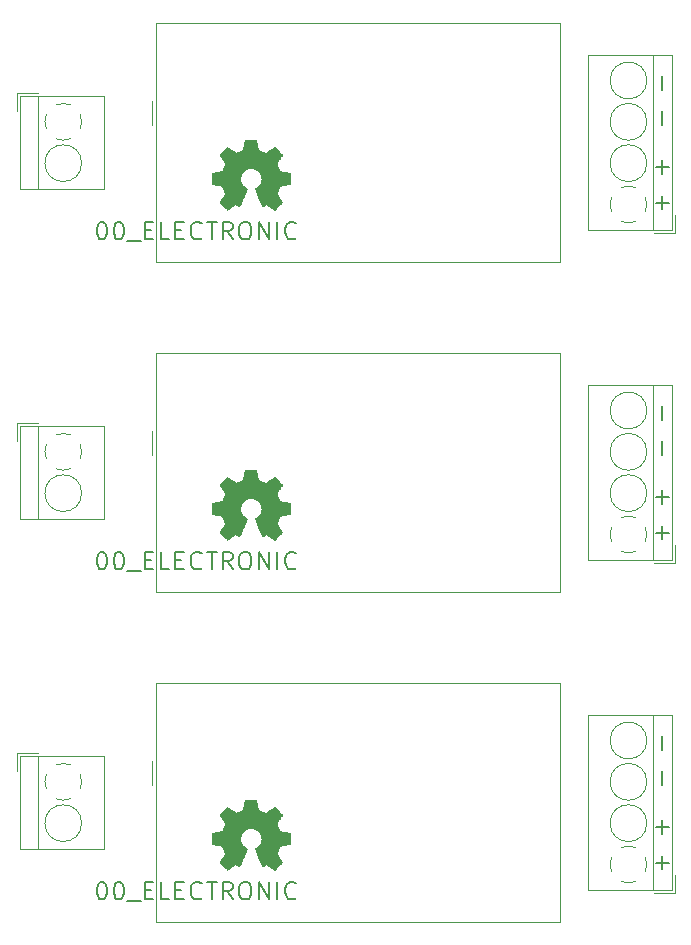
<source format=gbr>
G04 #@! TF.GenerationSoftware,KiCad,Pcbnew,5.1.5-52549c5~86~ubuntu18.04.1*
G04 #@! TF.CreationDate,2020-09-06T17:48:17-05:00*
G04 #@! TF.ProjectId,,58585858-5858-4585-9858-585858585858,rev?*
G04 #@! TF.SameCoordinates,Original*
G04 #@! TF.FileFunction,Legend,Top*
G04 #@! TF.FilePolarity,Positive*
%FSLAX46Y46*%
G04 Gerber Fmt 4.6, Leading zero omitted, Abs format (unit mm)*
G04 Created by KiCad (PCBNEW 5.1.5-52549c5~86~ubuntu18.04.1) date 2020-09-06 17:48:17*
%MOMM*%
%LPD*%
G04 APERTURE LIST*
%ADD10C,0.150000*%
%ADD11C,0.120000*%
%ADD12C,0.010000*%
G04 APERTURE END LIST*
D10*
X157510942Y-111891057D02*
X157510942Y-110748200D01*
X158082371Y-111319628D02*
X156939514Y-111319628D01*
X157510942Y-108891057D02*
X157510942Y-107748200D01*
X158082371Y-108319628D02*
X156939514Y-108319628D01*
X157510942Y-104748200D02*
X157510942Y-103605342D01*
X157510942Y-101748200D02*
X157510942Y-100605342D01*
X157510942Y-83951057D02*
X157510942Y-82808200D01*
X158082371Y-83379628D02*
X156939514Y-83379628D01*
X157510942Y-80951057D02*
X157510942Y-79808200D01*
X158082371Y-80379628D02*
X156939514Y-80379628D01*
X157510942Y-76808200D02*
X157510942Y-75665342D01*
X157510942Y-73808200D02*
X157510942Y-72665342D01*
X109987771Y-112945171D02*
X110130628Y-112945171D01*
X110273485Y-113016600D01*
X110344914Y-113088028D01*
X110416342Y-113230885D01*
X110487771Y-113516600D01*
X110487771Y-113873742D01*
X110416342Y-114159457D01*
X110344914Y-114302314D01*
X110273485Y-114373742D01*
X110130628Y-114445171D01*
X109987771Y-114445171D01*
X109844914Y-114373742D01*
X109773485Y-114302314D01*
X109702057Y-114159457D01*
X109630628Y-113873742D01*
X109630628Y-113516600D01*
X109702057Y-113230885D01*
X109773485Y-113088028D01*
X109844914Y-113016600D01*
X109987771Y-112945171D01*
X111416342Y-112945171D02*
X111559200Y-112945171D01*
X111702057Y-113016600D01*
X111773485Y-113088028D01*
X111844914Y-113230885D01*
X111916342Y-113516600D01*
X111916342Y-113873742D01*
X111844914Y-114159457D01*
X111773485Y-114302314D01*
X111702057Y-114373742D01*
X111559200Y-114445171D01*
X111416342Y-114445171D01*
X111273485Y-114373742D01*
X111202057Y-114302314D01*
X111130628Y-114159457D01*
X111059200Y-113873742D01*
X111059200Y-113516600D01*
X111130628Y-113230885D01*
X111202057Y-113088028D01*
X111273485Y-113016600D01*
X111416342Y-112945171D01*
X112202057Y-114588028D02*
X113344914Y-114588028D01*
X113702057Y-113659457D02*
X114202057Y-113659457D01*
X114416342Y-114445171D02*
X113702057Y-114445171D01*
X113702057Y-112945171D01*
X114416342Y-112945171D01*
X115773485Y-114445171D02*
X115059200Y-114445171D01*
X115059200Y-112945171D01*
X116273485Y-113659457D02*
X116773485Y-113659457D01*
X116987771Y-114445171D02*
X116273485Y-114445171D01*
X116273485Y-112945171D01*
X116987771Y-112945171D01*
X118487771Y-114302314D02*
X118416342Y-114373742D01*
X118202057Y-114445171D01*
X118059200Y-114445171D01*
X117844914Y-114373742D01*
X117702057Y-114230885D01*
X117630628Y-114088028D01*
X117559200Y-113802314D01*
X117559200Y-113588028D01*
X117630628Y-113302314D01*
X117702057Y-113159457D01*
X117844914Y-113016600D01*
X118059200Y-112945171D01*
X118202057Y-112945171D01*
X118416342Y-113016600D01*
X118487771Y-113088028D01*
X118916342Y-112945171D02*
X119773485Y-112945171D01*
X119344914Y-114445171D02*
X119344914Y-112945171D01*
X121130628Y-114445171D02*
X120630628Y-113730885D01*
X120273485Y-114445171D02*
X120273485Y-112945171D01*
X120844914Y-112945171D01*
X120987771Y-113016600D01*
X121059200Y-113088028D01*
X121130628Y-113230885D01*
X121130628Y-113445171D01*
X121059200Y-113588028D01*
X120987771Y-113659457D01*
X120844914Y-113730885D01*
X120273485Y-113730885D01*
X122059200Y-112945171D02*
X122344914Y-112945171D01*
X122487771Y-113016600D01*
X122630628Y-113159457D01*
X122702057Y-113445171D01*
X122702057Y-113945171D01*
X122630628Y-114230885D01*
X122487771Y-114373742D01*
X122344914Y-114445171D01*
X122059200Y-114445171D01*
X121916342Y-114373742D01*
X121773485Y-114230885D01*
X121702057Y-113945171D01*
X121702057Y-113445171D01*
X121773485Y-113159457D01*
X121916342Y-113016600D01*
X122059200Y-112945171D01*
X123344914Y-114445171D02*
X123344914Y-112945171D01*
X124202057Y-114445171D01*
X124202057Y-112945171D01*
X124916342Y-114445171D02*
X124916342Y-112945171D01*
X126487771Y-114302314D02*
X126416342Y-114373742D01*
X126202057Y-114445171D01*
X126059200Y-114445171D01*
X125844914Y-114373742D01*
X125702057Y-114230885D01*
X125630628Y-114088028D01*
X125559200Y-113802314D01*
X125559200Y-113588028D01*
X125630628Y-113302314D01*
X125702057Y-113159457D01*
X125844914Y-113016600D01*
X126059200Y-112945171D01*
X126202057Y-112945171D01*
X126416342Y-113016600D01*
X126487771Y-113088028D01*
X109987771Y-85005171D02*
X110130628Y-85005171D01*
X110273485Y-85076600D01*
X110344914Y-85148028D01*
X110416342Y-85290885D01*
X110487771Y-85576600D01*
X110487771Y-85933742D01*
X110416342Y-86219457D01*
X110344914Y-86362314D01*
X110273485Y-86433742D01*
X110130628Y-86505171D01*
X109987771Y-86505171D01*
X109844914Y-86433742D01*
X109773485Y-86362314D01*
X109702057Y-86219457D01*
X109630628Y-85933742D01*
X109630628Y-85576600D01*
X109702057Y-85290885D01*
X109773485Y-85148028D01*
X109844914Y-85076600D01*
X109987771Y-85005171D01*
X111416342Y-85005171D02*
X111559200Y-85005171D01*
X111702057Y-85076600D01*
X111773485Y-85148028D01*
X111844914Y-85290885D01*
X111916342Y-85576600D01*
X111916342Y-85933742D01*
X111844914Y-86219457D01*
X111773485Y-86362314D01*
X111702057Y-86433742D01*
X111559200Y-86505171D01*
X111416342Y-86505171D01*
X111273485Y-86433742D01*
X111202057Y-86362314D01*
X111130628Y-86219457D01*
X111059200Y-85933742D01*
X111059200Y-85576600D01*
X111130628Y-85290885D01*
X111202057Y-85148028D01*
X111273485Y-85076600D01*
X111416342Y-85005171D01*
X112202057Y-86648028D02*
X113344914Y-86648028D01*
X113702057Y-85719457D02*
X114202057Y-85719457D01*
X114416342Y-86505171D02*
X113702057Y-86505171D01*
X113702057Y-85005171D01*
X114416342Y-85005171D01*
X115773485Y-86505171D02*
X115059200Y-86505171D01*
X115059200Y-85005171D01*
X116273485Y-85719457D02*
X116773485Y-85719457D01*
X116987771Y-86505171D02*
X116273485Y-86505171D01*
X116273485Y-85005171D01*
X116987771Y-85005171D01*
X118487771Y-86362314D02*
X118416342Y-86433742D01*
X118202057Y-86505171D01*
X118059200Y-86505171D01*
X117844914Y-86433742D01*
X117702057Y-86290885D01*
X117630628Y-86148028D01*
X117559200Y-85862314D01*
X117559200Y-85648028D01*
X117630628Y-85362314D01*
X117702057Y-85219457D01*
X117844914Y-85076600D01*
X118059200Y-85005171D01*
X118202057Y-85005171D01*
X118416342Y-85076600D01*
X118487771Y-85148028D01*
X118916342Y-85005171D02*
X119773485Y-85005171D01*
X119344914Y-86505171D02*
X119344914Y-85005171D01*
X121130628Y-86505171D02*
X120630628Y-85790885D01*
X120273485Y-86505171D02*
X120273485Y-85005171D01*
X120844914Y-85005171D01*
X120987771Y-85076600D01*
X121059200Y-85148028D01*
X121130628Y-85290885D01*
X121130628Y-85505171D01*
X121059200Y-85648028D01*
X120987771Y-85719457D01*
X120844914Y-85790885D01*
X120273485Y-85790885D01*
X122059200Y-85005171D02*
X122344914Y-85005171D01*
X122487771Y-85076600D01*
X122630628Y-85219457D01*
X122702057Y-85505171D01*
X122702057Y-86005171D01*
X122630628Y-86290885D01*
X122487771Y-86433742D01*
X122344914Y-86505171D01*
X122059200Y-86505171D01*
X121916342Y-86433742D01*
X121773485Y-86290885D01*
X121702057Y-86005171D01*
X121702057Y-85505171D01*
X121773485Y-85219457D01*
X121916342Y-85076600D01*
X122059200Y-85005171D01*
X123344914Y-86505171D02*
X123344914Y-85005171D01*
X124202057Y-86505171D01*
X124202057Y-85005171D01*
X124916342Y-86505171D02*
X124916342Y-85005171D01*
X126487771Y-86362314D02*
X126416342Y-86433742D01*
X126202057Y-86505171D01*
X126059200Y-86505171D01*
X125844914Y-86433742D01*
X125702057Y-86290885D01*
X125630628Y-86148028D01*
X125559200Y-85862314D01*
X125559200Y-85648028D01*
X125630628Y-85362314D01*
X125702057Y-85219457D01*
X125844914Y-85076600D01*
X126059200Y-85005171D01*
X126202057Y-85005171D01*
X126416342Y-85076600D01*
X126487771Y-85148028D01*
X157510942Y-56011057D02*
X157510942Y-54868200D01*
X158082371Y-55439628D02*
X156939514Y-55439628D01*
X157510942Y-53011057D02*
X157510942Y-51868200D01*
X158082371Y-52439628D02*
X156939514Y-52439628D01*
X157510942Y-48868200D02*
X157510942Y-47725342D01*
X157510942Y-45868200D02*
X157510942Y-44725342D01*
X109987771Y-57065171D02*
X110130628Y-57065171D01*
X110273485Y-57136600D01*
X110344914Y-57208028D01*
X110416342Y-57350885D01*
X110487771Y-57636600D01*
X110487771Y-57993742D01*
X110416342Y-58279457D01*
X110344914Y-58422314D01*
X110273485Y-58493742D01*
X110130628Y-58565171D01*
X109987771Y-58565171D01*
X109844914Y-58493742D01*
X109773485Y-58422314D01*
X109702057Y-58279457D01*
X109630628Y-57993742D01*
X109630628Y-57636600D01*
X109702057Y-57350885D01*
X109773485Y-57208028D01*
X109844914Y-57136600D01*
X109987771Y-57065171D01*
X111416342Y-57065171D02*
X111559200Y-57065171D01*
X111702057Y-57136600D01*
X111773485Y-57208028D01*
X111844914Y-57350885D01*
X111916342Y-57636600D01*
X111916342Y-57993742D01*
X111844914Y-58279457D01*
X111773485Y-58422314D01*
X111702057Y-58493742D01*
X111559200Y-58565171D01*
X111416342Y-58565171D01*
X111273485Y-58493742D01*
X111202057Y-58422314D01*
X111130628Y-58279457D01*
X111059200Y-57993742D01*
X111059200Y-57636600D01*
X111130628Y-57350885D01*
X111202057Y-57208028D01*
X111273485Y-57136600D01*
X111416342Y-57065171D01*
X112202057Y-58708028D02*
X113344914Y-58708028D01*
X113702057Y-57779457D02*
X114202057Y-57779457D01*
X114416342Y-58565171D02*
X113702057Y-58565171D01*
X113702057Y-57065171D01*
X114416342Y-57065171D01*
X115773485Y-58565171D02*
X115059200Y-58565171D01*
X115059200Y-57065171D01*
X116273485Y-57779457D02*
X116773485Y-57779457D01*
X116987771Y-58565171D02*
X116273485Y-58565171D01*
X116273485Y-57065171D01*
X116987771Y-57065171D01*
X118487771Y-58422314D02*
X118416342Y-58493742D01*
X118202057Y-58565171D01*
X118059200Y-58565171D01*
X117844914Y-58493742D01*
X117702057Y-58350885D01*
X117630628Y-58208028D01*
X117559200Y-57922314D01*
X117559200Y-57708028D01*
X117630628Y-57422314D01*
X117702057Y-57279457D01*
X117844914Y-57136600D01*
X118059200Y-57065171D01*
X118202057Y-57065171D01*
X118416342Y-57136600D01*
X118487771Y-57208028D01*
X118916342Y-57065171D02*
X119773485Y-57065171D01*
X119344914Y-58565171D02*
X119344914Y-57065171D01*
X121130628Y-58565171D02*
X120630628Y-57850885D01*
X120273485Y-58565171D02*
X120273485Y-57065171D01*
X120844914Y-57065171D01*
X120987771Y-57136600D01*
X121059200Y-57208028D01*
X121130628Y-57350885D01*
X121130628Y-57565171D01*
X121059200Y-57708028D01*
X120987771Y-57779457D01*
X120844914Y-57850885D01*
X120273485Y-57850885D01*
X122059200Y-57065171D02*
X122344914Y-57065171D01*
X122487771Y-57136600D01*
X122630628Y-57279457D01*
X122702057Y-57565171D01*
X122702057Y-58065171D01*
X122630628Y-58350885D01*
X122487771Y-58493742D01*
X122344914Y-58565171D01*
X122059200Y-58565171D01*
X121916342Y-58493742D01*
X121773485Y-58350885D01*
X121702057Y-58065171D01*
X121702057Y-57565171D01*
X121773485Y-57279457D01*
X121916342Y-57136600D01*
X122059200Y-57065171D01*
X123344914Y-58565171D02*
X123344914Y-57065171D01*
X124202057Y-58565171D01*
X124202057Y-57065171D01*
X124916342Y-58565171D02*
X124916342Y-57065171D01*
X126487771Y-58422314D02*
X126416342Y-58493742D01*
X126202057Y-58565171D01*
X126059200Y-58565171D01*
X125844914Y-58493742D01*
X125702057Y-58350885D01*
X125630628Y-58208028D01*
X125559200Y-57922314D01*
X125559200Y-57708028D01*
X125630628Y-57422314D01*
X125702057Y-57279457D01*
X125844914Y-57136600D01*
X126059200Y-57065171D01*
X126202057Y-57065171D01*
X126416342Y-57136600D01*
X126487771Y-57208028D01*
D11*
X114660000Y-96133000D02*
X114660000Y-116333000D01*
X114660000Y-116333000D02*
X148860000Y-116333000D01*
X148860000Y-116333000D02*
X148860000Y-96133000D01*
X148860000Y-96133000D02*
X114660000Y-96133000D01*
X114270000Y-102733000D02*
X114270000Y-104743000D01*
X114660000Y-68193000D02*
X114660000Y-88393000D01*
X114660000Y-88393000D02*
X148860000Y-88393000D01*
X148860000Y-88393000D02*
X148860000Y-68193000D01*
X148860000Y-68193000D02*
X114660000Y-68193000D01*
X114270000Y-74793000D02*
X114270000Y-76803000D01*
D12*
G36*
X123212414Y-106434931D02*
G01*
X123296235Y-106879555D01*
X123605520Y-107007053D01*
X123914806Y-107134551D01*
X124285846Y-106882246D01*
X124389757Y-106811996D01*
X124483687Y-106749272D01*
X124563252Y-106696938D01*
X124624070Y-106657857D01*
X124661757Y-106634893D01*
X124672021Y-106629942D01*
X124690510Y-106642676D01*
X124730020Y-106677882D01*
X124786122Y-106731062D01*
X124854387Y-106797718D01*
X124930386Y-106873354D01*
X125009692Y-106953472D01*
X125087875Y-107033574D01*
X125160507Y-107109164D01*
X125223159Y-107175745D01*
X125271403Y-107228818D01*
X125300810Y-107263887D01*
X125307841Y-107275623D01*
X125297723Y-107297260D01*
X125269359Y-107344662D01*
X125225729Y-107413193D01*
X125169818Y-107498215D01*
X125104606Y-107595093D01*
X125066819Y-107650350D01*
X124997943Y-107751248D01*
X124936740Y-107842299D01*
X124886178Y-107918970D01*
X124849228Y-107976728D01*
X124828858Y-108011043D01*
X124825797Y-108018254D01*
X124832736Y-108038748D01*
X124851651Y-108086513D01*
X124879687Y-108154832D01*
X124913991Y-108236989D01*
X124951709Y-108326270D01*
X124989987Y-108415958D01*
X125025970Y-108499338D01*
X125056806Y-108569694D01*
X125079639Y-108620310D01*
X125091617Y-108644471D01*
X125092324Y-108645422D01*
X125111131Y-108650036D01*
X125161218Y-108660328D01*
X125237393Y-108675287D01*
X125334465Y-108693901D01*
X125447243Y-108715159D01*
X125513042Y-108727418D01*
X125633550Y-108750362D01*
X125742397Y-108772195D01*
X125834076Y-108791722D01*
X125903081Y-108807748D01*
X125943904Y-108819079D01*
X125952111Y-108822674D01*
X125960148Y-108847006D01*
X125966633Y-108901959D01*
X125971570Y-108981108D01*
X125974964Y-109078026D01*
X125976818Y-109186287D01*
X125977138Y-109299465D01*
X125975927Y-109411135D01*
X125973190Y-109514868D01*
X125968931Y-109604241D01*
X125963155Y-109672826D01*
X125955867Y-109714197D01*
X125951495Y-109722810D01*
X125925364Y-109733133D01*
X125869993Y-109747892D01*
X125792707Y-109765352D01*
X125700830Y-109783780D01*
X125668758Y-109789741D01*
X125514124Y-109818066D01*
X125391975Y-109840876D01*
X125298273Y-109859080D01*
X125228984Y-109873583D01*
X125180071Y-109885292D01*
X125147497Y-109895115D01*
X125127228Y-109903956D01*
X125115226Y-109912724D01*
X125113547Y-109914457D01*
X125096784Y-109942371D01*
X125071214Y-109996695D01*
X125039388Y-110070777D01*
X125003860Y-110157965D01*
X124967183Y-110251608D01*
X124931911Y-110345052D01*
X124900596Y-110431647D01*
X124875793Y-110504740D01*
X124860054Y-110557678D01*
X124855932Y-110583811D01*
X124856276Y-110584726D01*
X124870241Y-110606086D01*
X124901922Y-110653084D01*
X124947991Y-110720827D01*
X125005118Y-110804423D01*
X125069973Y-110898982D01*
X125088443Y-110925854D01*
X125154299Y-111023275D01*
X125212250Y-111112163D01*
X125259138Y-111187412D01*
X125291807Y-111243920D01*
X125307100Y-111276581D01*
X125307841Y-111280593D01*
X125294992Y-111301684D01*
X125259488Y-111343464D01*
X125205893Y-111401445D01*
X125138771Y-111471135D01*
X125062687Y-111548045D01*
X124982204Y-111627683D01*
X124901887Y-111705561D01*
X124826299Y-111777186D01*
X124760005Y-111838070D01*
X124707569Y-111883721D01*
X124673555Y-111909650D01*
X124664145Y-111913883D01*
X124642243Y-111903912D01*
X124597400Y-111877020D01*
X124536921Y-111837736D01*
X124490389Y-111806117D01*
X124406075Y-111748098D01*
X124306226Y-111679784D01*
X124206073Y-111611579D01*
X124152227Y-111575075D01*
X123969971Y-111451800D01*
X123816981Y-111534520D01*
X123747282Y-111570759D01*
X123688014Y-111598926D01*
X123647911Y-111614991D01*
X123637703Y-111617226D01*
X123625429Y-111600722D01*
X123601213Y-111554082D01*
X123566863Y-111481609D01*
X123524188Y-111387606D01*
X123474994Y-111276374D01*
X123421090Y-111152215D01*
X123364284Y-111019432D01*
X123306382Y-110882327D01*
X123249193Y-110745202D01*
X123194524Y-110612358D01*
X123144184Y-110488098D01*
X123099980Y-110376725D01*
X123063719Y-110282539D01*
X123037209Y-110209844D01*
X123022258Y-110162941D01*
X123019854Y-110146833D01*
X123038911Y-110126286D01*
X123080636Y-110092933D01*
X123136306Y-110053702D01*
X123140978Y-110050599D01*
X123284864Y-109935423D01*
X123400883Y-109801053D01*
X123488030Y-109651784D01*
X123545299Y-109491913D01*
X123571686Y-109325737D01*
X123566185Y-109157552D01*
X123527790Y-108991655D01*
X123455495Y-108832342D01*
X123434226Y-108797487D01*
X123323596Y-108656737D01*
X123192902Y-108543714D01*
X123046664Y-108459003D01*
X122889408Y-108403194D01*
X122725657Y-108376874D01*
X122559933Y-108380630D01*
X122396762Y-108415050D01*
X122240665Y-108480723D01*
X122096167Y-108578235D01*
X122051469Y-108617813D01*
X121937712Y-108741703D01*
X121854818Y-108872124D01*
X121797956Y-109018315D01*
X121766287Y-109163088D01*
X121758469Y-109325860D01*
X121784538Y-109489440D01*
X121841845Y-109648298D01*
X121927744Y-109796906D01*
X122039586Y-109929735D01*
X122174723Y-110041256D01*
X122192483Y-110053011D01*
X122248750Y-110091508D01*
X122291523Y-110124863D01*
X122311972Y-110146160D01*
X122312269Y-110146833D01*
X122307879Y-110169871D01*
X122290476Y-110222157D01*
X122261868Y-110299390D01*
X122223865Y-110397268D01*
X122178274Y-110511491D01*
X122126903Y-110637758D01*
X122071562Y-110771767D01*
X122014058Y-110909218D01*
X121956201Y-111045808D01*
X121899798Y-111177237D01*
X121846658Y-111299205D01*
X121798590Y-111407409D01*
X121757401Y-111497549D01*
X121724901Y-111565323D01*
X121702897Y-111606430D01*
X121694036Y-111617226D01*
X121666960Y-111608819D01*
X121616297Y-111586272D01*
X121550783Y-111553613D01*
X121514759Y-111534520D01*
X121361768Y-111451800D01*
X121179512Y-111575075D01*
X121086475Y-111638228D01*
X120984615Y-111707727D01*
X120889162Y-111773165D01*
X120841350Y-111806117D01*
X120774105Y-111851273D01*
X120717164Y-111887057D01*
X120677954Y-111908938D01*
X120665219Y-111913563D01*
X120646683Y-111901085D01*
X120605659Y-111866252D01*
X120546125Y-111812678D01*
X120472058Y-111743983D01*
X120387435Y-111663781D01*
X120333915Y-111612286D01*
X120240281Y-111520286D01*
X120159359Y-111437999D01*
X120094423Y-111368945D01*
X120048742Y-111316644D01*
X120025589Y-111284616D01*
X120023368Y-111278116D01*
X120033676Y-111253394D01*
X120062161Y-111203405D01*
X120105663Y-111133212D01*
X120161023Y-111047875D01*
X120225080Y-110952456D01*
X120243297Y-110925854D01*
X120309673Y-110829167D01*
X120369222Y-110742117D01*
X120418616Y-110669595D01*
X120454525Y-110616493D01*
X120473619Y-110587703D01*
X120475464Y-110584726D01*
X120472705Y-110561782D01*
X120458062Y-110511336D01*
X120434087Y-110440041D01*
X120403334Y-110354547D01*
X120368356Y-110261507D01*
X120331707Y-110167574D01*
X120295939Y-110079399D01*
X120263606Y-110003634D01*
X120237262Y-109946931D01*
X120219458Y-109915943D01*
X120218193Y-109914457D01*
X120207306Y-109905601D01*
X120188918Y-109896843D01*
X120158994Y-109887277D01*
X120113497Y-109875996D01*
X120048391Y-109862093D01*
X119959639Y-109844663D01*
X119843207Y-109822798D01*
X119695058Y-109795591D01*
X119662982Y-109789741D01*
X119567914Y-109771374D01*
X119485035Y-109753405D01*
X119421670Y-109737569D01*
X119385142Y-109725600D01*
X119380244Y-109722810D01*
X119372173Y-109698072D01*
X119365613Y-109642790D01*
X119360567Y-109563389D01*
X119357041Y-109466296D01*
X119355039Y-109357938D01*
X119354564Y-109244740D01*
X119355623Y-109133128D01*
X119358218Y-109029529D01*
X119362354Y-108940368D01*
X119368037Y-108872072D01*
X119375269Y-108831066D01*
X119379629Y-108822674D01*
X119403902Y-108814208D01*
X119459174Y-108800435D01*
X119539938Y-108782550D01*
X119640688Y-108761748D01*
X119755917Y-108739223D01*
X119818698Y-108727418D01*
X119937813Y-108705151D01*
X120044035Y-108684979D01*
X120132173Y-108667915D01*
X120197034Y-108654969D01*
X120233426Y-108647155D01*
X120239416Y-108645422D01*
X120249539Y-108625890D01*
X120270938Y-108578843D01*
X120300761Y-108511003D01*
X120336155Y-108429091D01*
X120374268Y-108339828D01*
X120412247Y-108249935D01*
X120447240Y-108166135D01*
X120476394Y-108095147D01*
X120496857Y-108043694D01*
X120505777Y-108018497D01*
X120505943Y-108017396D01*
X120495831Y-107997519D01*
X120467483Y-107951777D01*
X120423877Y-107884717D01*
X120367994Y-107800884D01*
X120302813Y-107704826D01*
X120264921Y-107649650D01*
X120195875Y-107548481D01*
X120134550Y-107456630D01*
X120083937Y-107378744D01*
X120047029Y-107319469D01*
X120026818Y-107283451D01*
X120023899Y-107275377D01*
X120036447Y-107256584D01*
X120071137Y-107216457D01*
X120123537Y-107159493D01*
X120189216Y-107090185D01*
X120263744Y-107013031D01*
X120342687Y-106932525D01*
X120421617Y-106853163D01*
X120496100Y-106779440D01*
X120561706Y-106715852D01*
X120614004Y-106666894D01*
X120648561Y-106637061D01*
X120660122Y-106629942D01*
X120678946Y-106639953D01*
X120723969Y-106668078D01*
X120790813Y-106711454D01*
X120875101Y-106767218D01*
X120972456Y-106832506D01*
X121045893Y-106882246D01*
X121416933Y-107134551D01*
X122035505Y-106879555D01*
X122119325Y-106434931D01*
X122203146Y-105990307D01*
X123128594Y-105990307D01*
X123212414Y-106434931D01*
G37*
X123212414Y-106434931D02*
X123296235Y-106879555D01*
X123605520Y-107007053D01*
X123914806Y-107134551D01*
X124285846Y-106882246D01*
X124389757Y-106811996D01*
X124483687Y-106749272D01*
X124563252Y-106696938D01*
X124624070Y-106657857D01*
X124661757Y-106634893D01*
X124672021Y-106629942D01*
X124690510Y-106642676D01*
X124730020Y-106677882D01*
X124786122Y-106731062D01*
X124854387Y-106797718D01*
X124930386Y-106873354D01*
X125009692Y-106953472D01*
X125087875Y-107033574D01*
X125160507Y-107109164D01*
X125223159Y-107175745D01*
X125271403Y-107228818D01*
X125300810Y-107263887D01*
X125307841Y-107275623D01*
X125297723Y-107297260D01*
X125269359Y-107344662D01*
X125225729Y-107413193D01*
X125169818Y-107498215D01*
X125104606Y-107595093D01*
X125066819Y-107650350D01*
X124997943Y-107751248D01*
X124936740Y-107842299D01*
X124886178Y-107918970D01*
X124849228Y-107976728D01*
X124828858Y-108011043D01*
X124825797Y-108018254D01*
X124832736Y-108038748D01*
X124851651Y-108086513D01*
X124879687Y-108154832D01*
X124913991Y-108236989D01*
X124951709Y-108326270D01*
X124989987Y-108415958D01*
X125025970Y-108499338D01*
X125056806Y-108569694D01*
X125079639Y-108620310D01*
X125091617Y-108644471D01*
X125092324Y-108645422D01*
X125111131Y-108650036D01*
X125161218Y-108660328D01*
X125237393Y-108675287D01*
X125334465Y-108693901D01*
X125447243Y-108715159D01*
X125513042Y-108727418D01*
X125633550Y-108750362D01*
X125742397Y-108772195D01*
X125834076Y-108791722D01*
X125903081Y-108807748D01*
X125943904Y-108819079D01*
X125952111Y-108822674D01*
X125960148Y-108847006D01*
X125966633Y-108901959D01*
X125971570Y-108981108D01*
X125974964Y-109078026D01*
X125976818Y-109186287D01*
X125977138Y-109299465D01*
X125975927Y-109411135D01*
X125973190Y-109514868D01*
X125968931Y-109604241D01*
X125963155Y-109672826D01*
X125955867Y-109714197D01*
X125951495Y-109722810D01*
X125925364Y-109733133D01*
X125869993Y-109747892D01*
X125792707Y-109765352D01*
X125700830Y-109783780D01*
X125668758Y-109789741D01*
X125514124Y-109818066D01*
X125391975Y-109840876D01*
X125298273Y-109859080D01*
X125228984Y-109873583D01*
X125180071Y-109885292D01*
X125147497Y-109895115D01*
X125127228Y-109903956D01*
X125115226Y-109912724D01*
X125113547Y-109914457D01*
X125096784Y-109942371D01*
X125071214Y-109996695D01*
X125039388Y-110070777D01*
X125003860Y-110157965D01*
X124967183Y-110251608D01*
X124931911Y-110345052D01*
X124900596Y-110431647D01*
X124875793Y-110504740D01*
X124860054Y-110557678D01*
X124855932Y-110583811D01*
X124856276Y-110584726D01*
X124870241Y-110606086D01*
X124901922Y-110653084D01*
X124947991Y-110720827D01*
X125005118Y-110804423D01*
X125069973Y-110898982D01*
X125088443Y-110925854D01*
X125154299Y-111023275D01*
X125212250Y-111112163D01*
X125259138Y-111187412D01*
X125291807Y-111243920D01*
X125307100Y-111276581D01*
X125307841Y-111280593D01*
X125294992Y-111301684D01*
X125259488Y-111343464D01*
X125205893Y-111401445D01*
X125138771Y-111471135D01*
X125062687Y-111548045D01*
X124982204Y-111627683D01*
X124901887Y-111705561D01*
X124826299Y-111777186D01*
X124760005Y-111838070D01*
X124707569Y-111883721D01*
X124673555Y-111909650D01*
X124664145Y-111913883D01*
X124642243Y-111903912D01*
X124597400Y-111877020D01*
X124536921Y-111837736D01*
X124490389Y-111806117D01*
X124406075Y-111748098D01*
X124306226Y-111679784D01*
X124206073Y-111611579D01*
X124152227Y-111575075D01*
X123969971Y-111451800D01*
X123816981Y-111534520D01*
X123747282Y-111570759D01*
X123688014Y-111598926D01*
X123647911Y-111614991D01*
X123637703Y-111617226D01*
X123625429Y-111600722D01*
X123601213Y-111554082D01*
X123566863Y-111481609D01*
X123524188Y-111387606D01*
X123474994Y-111276374D01*
X123421090Y-111152215D01*
X123364284Y-111019432D01*
X123306382Y-110882327D01*
X123249193Y-110745202D01*
X123194524Y-110612358D01*
X123144184Y-110488098D01*
X123099980Y-110376725D01*
X123063719Y-110282539D01*
X123037209Y-110209844D01*
X123022258Y-110162941D01*
X123019854Y-110146833D01*
X123038911Y-110126286D01*
X123080636Y-110092933D01*
X123136306Y-110053702D01*
X123140978Y-110050599D01*
X123284864Y-109935423D01*
X123400883Y-109801053D01*
X123488030Y-109651784D01*
X123545299Y-109491913D01*
X123571686Y-109325737D01*
X123566185Y-109157552D01*
X123527790Y-108991655D01*
X123455495Y-108832342D01*
X123434226Y-108797487D01*
X123323596Y-108656737D01*
X123192902Y-108543714D01*
X123046664Y-108459003D01*
X122889408Y-108403194D01*
X122725657Y-108376874D01*
X122559933Y-108380630D01*
X122396762Y-108415050D01*
X122240665Y-108480723D01*
X122096167Y-108578235D01*
X122051469Y-108617813D01*
X121937712Y-108741703D01*
X121854818Y-108872124D01*
X121797956Y-109018315D01*
X121766287Y-109163088D01*
X121758469Y-109325860D01*
X121784538Y-109489440D01*
X121841845Y-109648298D01*
X121927744Y-109796906D01*
X122039586Y-109929735D01*
X122174723Y-110041256D01*
X122192483Y-110053011D01*
X122248750Y-110091508D01*
X122291523Y-110124863D01*
X122311972Y-110146160D01*
X122312269Y-110146833D01*
X122307879Y-110169871D01*
X122290476Y-110222157D01*
X122261868Y-110299390D01*
X122223865Y-110397268D01*
X122178274Y-110511491D01*
X122126903Y-110637758D01*
X122071562Y-110771767D01*
X122014058Y-110909218D01*
X121956201Y-111045808D01*
X121899798Y-111177237D01*
X121846658Y-111299205D01*
X121798590Y-111407409D01*
X121757401Y-111497549D01*
X121724901Y-111565323D01*
X121702897Y-111606430D01*
X121694036Y-111617226D01*
X121666960Y-111608819D01*
X121616297Y-111586272D01*
X121550783Y-111553613D01*
X121514759Y-111534520D01*
X121361768Y-111451800D01*
X121179512Y-111575075D01*
X121086475Y-111638228D01*
X120984615Y-111707727D01*
X120889162Y-111773165D01*
X120841350Y-111806117D01*
X120774105Y-111851273D01*
X120717164Y-111887057D01*
X120677954Y-111908938D01*
X120665219Y-111913563D01*
X120646683Y-111901085D01*
X120605659Y-111866252D01*
X120546125Y-111812678D01*
X120472058Y-111743983D01*
X120387435Y-111663781D01*
X120333915Y-111612286D01*
X120240281Y-111520286D01*
X120159359Y-111437999D01*
X120094423Y-111368945D01*
X120048742Y-111316644D01*
X120025589Y-111284616D01*
X120023368Y-111278116D01*
X120033676Y-111253394D01*
X120062161Y-111203405D01*
X120105663Y-111133212D01*
X120161023Y-111047875D01*
X120225080Y-110952456D01*
X120243297Y-110925854D01*
X120309673Y-110829167D01*
X120369222Y-110742117D01*
X120418616Y-110669595D01*
X120454525Y-110616493D01*
X120473619Y-110587703D01*
X120475464Y-110584726D01*
X120472705Y-110561782D01*
X120458062Y-110511336D01*
X120434087Y-110440041D01*
X120403334Y-110354547D01*
X120368356Y-110261507D01*
X120331707Y-110167574D01*
X120295939Y-110079399D01*
X120263606Y-110003634D01*
X120237262Y-109946931D01*
X120219458Y-109915943D01*
X120218193Y-109914457D01*
X120207306Y-109905601D01*
X120188918Y-109896843D01*
X120158994Y-109887277D01*
X120113497Y-109875996D01*
X120048391Y-109862093D01*
X119959639Y-109844663D01*
X119843207Y-109822798D01*
X119695058Y-109795591D01*
X119662982Y-109789741D01*
X119567914Y-109771374D01*
X119485035Y-109753405D01*
X119421670Y-109737569D01*
X119385142Y-109725600D01*
X119380244Y-109722810D01*
X119372173Y-109698072D01*
X119365613Y-109642790D01*
X119360567Y-109563389D01*
X119357041Y-109466296D01*
X119355039Y-109357938D01*
X119354564Y-109244740D01*
X119355623Y-109133128D01*
X119358218Y-109029529D01*
X119362354Y-108940368D01*
X119368037Y-108872072D01*
X119375269Y-108831066D01*
X119379629Y-108822674D01*
X119403902Y-108814208D01*
X119459174Y-108800435D01*
X119539938Y-108782550D01*
X119640688Y-108761748D01*
X119755917Y-108739223D01*
X119818698Y-108727418D01*
X119937813Y-108705151D01*
X120044035Y-108684979D01*
X120132173Y-108667915D01*
X120197034Y-108654969D01*
X120233426Y-108647155D01*
X120239416Y-108645422D01*
X120249539Y-108625890D01*
X120270938Y-108578843D01*
X120300761Y-108511003D01*
X120336155Y-108429091D01*
X120374268Y-108339828D01*
X120412247Y-108249935D01*
X120447240Y-108166135D01*
X120476394Y-108095147D01*
X120496857Y-108043694D01*
X120505777Y-108018497D01*
X120505943Y-108017396D01*
X120495831Y-107997519D01*
X120467483Y-107951777D01*
X120423877Y-107884717D01*
X120367994Y-107800884D01*
X120302813Y-107704826D01*
X120264921Y-107649650D01*
X120195875Y-107548481D01*
X120134550Y-107456630D01*
X120083937Y-107378744D01*
X120047029Y-107319469D01*
X120026818Y-107283451D01*
X120023899Y-107275377D01*
X120036447Y-107256584D01*
X120071137Y-107216457D01*
X120123537Y-107159493D01*
X120189216Y-107090185D01*
X120263744Y-107013031D01*
X120342687Y-106932525D01*
X120421617Y-106853163D01*
X120496100Y-106779440D01*
X120561706Y-106715852D01*
X120614004Y-106666894D01*
X120648561Y-106637061D01*
X120660122Y-106629942D01*
X120678946Y-106639953D01*
X120723969Y-106668078D01*
X120790813Y-106711454D01*
X120875101Y-106767218D01*
X120972456Y-106832506D01*
X121045893Y-106882246D01*
X121416933Y-107134551D01*
X122035505Y-106879555D01*
X122119325Y-106434931D01*
X122203146Y-105990307D01*
X123128594Y-105990307D01*
X123212414Y-106434931D01*
G36*
X123212414Y-78494931D02*
G01*
X123296235Y-78939555D01*
X123605520Y-79067053D01*
X123914806Y-79194551D01*
X124285846Y-78942246D01*
X124389757Y-78871996D01*
X124483687Y-78809272D01*
X124563252Y-78756938D01*
X124624070Y-78717857D01*
X124661757Y-78694893D01*
X124672021Y-78689942D01*
X124690510Y-78702676D01*
X124730020Y-78737882D01*
X124786122Y-78791062D01*
X124854387Y-78857718D01*
X124930386Y-78933354D01*
X125009692Y-79013472D01*
X125087875Y-79093574D01*
X125160507Y-79169164D01*
X125223159Y-79235745D01*
X125271403Y-79288818D01*
X125300810Y-79323887D01*
X125307841Y-79335623D01*
X125297723Y-79357260D01*
X125269359Y-79404662D01*
X125225729Y-79473193D01*
X125169818Y-79558215D01*
X125104606Y-79655093D01*
X125066819Y-79710350D01*
X124997943Y-79811248D01*
X124936740Y-79902299D01*
X124886178Y-79978970D01*
X124849228Y-80036728D01*
X124828858Y-80071043D01*
X124825797Y-80078254D01*
X124832736Y-80098748D01*
X124851651Y-80146513D01*
X124879687Y-80214832D01*
X124913991Y-80296989D01*
X124951709Y-80386270D01*
X124989987Y-80475958D01*
X125025970Y-80559338D01*
X125056806Y-80629694D01*
X125079639Y-80680310D01*
X125091617Y-80704471D01*
X125092324Y-80705422D01*
X125111131Y-80710036D01*
X125161218Y-80720328D01*
X125237393Y-80735287D01*
X125334465Y-80753901D01*
X125447243Y-80775159D01*
X125513042Y-80787418D01*
X125633550Y-80810362D01*
X125742397Y-80832195D01*
X125834076Y-80851722D01*
X125903081Y-80867748D01*
X125943904Y-80879079D01*
X125952111Y-80882674D01*
X125960148Y-80907006D01*
X125966633Y-80961959D01*
X125971570Y-81041108D01*
X125974964Y-81138026D01*
X125976818Y-81246287D01*
X125977138Y-81359465D01*
X125975927Y-81471135D01*
X125973190Y-81574868D01*
X125968931Y-81664241D01*
X125963155Y-81732826D01*
X125955867Y-81774197D01*
X125951495Y-81782810D01*
X125925364Y-81793133D01*
X125869993Y-81807892D01*
X125792707Y-81825352D01*
X125700830Y-81843780D01*
X125668758Y-81849741D01*
X125514124Y-81878066D01*
X125391975Y-81900876D01*
X125298273Y-81919080D01*
X125228984Y-81933583D01*
X125180071Y-81945292D01*
X125147497Y-81955115D01*
X125127228Y-81963956D01*
X125115226Y-81972724D01*
X125113547Y-81974457D01*
X125096784Y-82002371D01*
X125071214Y-82056695D01*
X125039388Y-82130777D01*
X125003860Y-82217965D01*
X124967183Y-82311608D01*
X124931911Y-82405052D01*
X124900596Y-82491647D01*
X124875793Y-82564740D01*
X124860054Y-82617678D01*
X124855932Y-82643811D01*
X124856276Y-82644726D01*
X124870241Y-82666086D01*
X124901922Y-82713084D01*
X124947991Y-82780827D01*
X125005118Y-82864423D01*
X125069973Y-82958982D01*
X125088443Y-82985854D01*
X125154299Y-83083275D01*
X125212250Y-83172163D01*
X125259138Y-83247412D01*
X125291807Y-83303920D01*
X125307100Y-83336581D01*
X125307841Y-83340593D01*
X125294992Y-83361684D01*
X125259488Y-83403464D01*
X125205893Y-83461445D01*
X125138771Y-83531135D01*
X125062687Y-83608045D01*
X124982204Y-83687683D01*
X124901887Y-83765561D01*
X124826299Y-83837186D01*
X124760005Y-83898070D01*
X124707569Y-83943721D01*
X124673555Y-83969650D01*
X124664145Y-83973883D01*
X124642243Y-83963912D01*
X124597400Y-83937020D01*
X124536921Y-83897736D01*
X124490389Y-83866117D01*
X124406075Y-83808098D01*
X124306226Y-83739784D01*
X124206073Y-83671579D01*
X124152227Y-83635075D01*
X123969971Y-83511800D01*
X123816981Y-83594520D01*
X123747282Y-83630759D01*
X123688014Y-83658926D01*
X123647911Y-83674991D01*
X123637703Y-83677226D01*
X123625429Y-83660722D01*
X123601213Y-83614082D01*
X123566863Y-83541609D01*
X123524188Y-83447606D01*
X123474994Y-83336374D01*
X123421090Y-83212215D01*
X123364284Y-83079432D01*
X123306382Y-82942327D01*
X123249193Y-82805202D01*
X123194524Y-82672358D01*
X123144184Y-82548098D01*
X123099980Y-82436725D01*
X123063719Y-82342539D01*
X123037209Y-82269844D01*
X123022258Y-82222941D01*
X123019854Y-82206833D01*
X123038911Y-82186286D01*
X123080636Y-82152933D01*
X123136306Y-82113702D01*
X123140978Y-82110599D01*
X123284864Y-81995423D01*
X123400883Y-81861053D01*
X123488030Y-81711784D01*
X123545299Y-81551913D01*
X123571686Y-81385737D01*
X123566185Y-81217552D01*
X123527790Y-81051655D01*
X123455495Y-80892342D01*
X123434226Y-80857487D01*
X123323596Y-80716737D01*
X123192902Y-80603714D01*
X123046664Y-80519003D01*
X122889408Y-80463194D01*
X122725657Y-80436874D01*
X122559933Y-80440630D01*
X122396762Y-80475050D01*
X122240665Y-80540723D01*
X122096167Y-80638235D01*
X122051469Y-80677813D01*
X121937712Y-80801703D01*
X121854818Y-80932124D01*
X121797956Y-81078315D01*
X121766287Y-81223088D01*
X121758469Y-81385860D01*
X121784538Y-81549440D01*
X121841845Y-81708298D01*
X121927744Y-81856906D01*
X122039586Y-81989735D01*
X122174723Y-82101256D01*
X122192483Y-82113011D01*
X122248750Y-82151508D01*
X122291523Y-82184863D01*
X122311972Y-82206160D01*
X122312269Y-82206833D01*
X122307879Y-82229871D01*
X122290476Y-82282157D01*
X122261868Y-82359390D01*
X122223865Y-82457268D01*
X122178274Y-82571491D01*
X122126903Y-82697758D01*
X122071562Y-82831767D01*
X122014058Y-82969218D01*
X121956201Y-83105808D01*
X121899798Y-83237237D01*
X121846658Y-83359205D01*
X121798590Y-83467409D01*
X121757401Y-83557549D01*
X121724901Y-83625323D01*
X121702897Y-83666430D01*
X121694036Y-83677226D01*
X121666960Y-83668819D01*
X121616297Y-83646272D01*
X121550783Y-83613613D01*
X121514759Y-83594520D01*
X121361768Y-83511800D01*
X121179512Y-83635075D01*
X121086475Y-83698228D01*
X120984615Y-83767727D01*
X120889162Y-83833165D01*
X120841350Y-83866117D01*
X120774105Y-83911273D01*
X120717164Y-83947057D01*
X120677954Y-83968938D01*
X120665219Y-83973563D01*
X120646683Y-83961085D01*
X120605659Y-83926252D01*
X120546125Y-83872678D01*
X120472058Y-83803983D01*
X120387435Y-83723781D01*
X120333915Y-83672286D01*
X120240281Y-83580286D01*
X120159359Y-83497999D01*
X120094423Y-83428945D01*
X120048742Y-83376644D01*
X120025589Y-83344616D01*
X120023368Y-83338116D01*
X120033676Y-83313394D01*
X120062161Y-83263405D01*
X120105663Y-83193212D01*
X120161023Y-83107875D01*
X120225080Y-83012456D01*
X120243297Y-82985854D01*
X120309673Y-82889167D01*
X120369222Y-82802117D01*
X120418616Y-82729595D01*
X120454525Y-82676493D01*
X120473619Y-82647703D01*
X120475464Y-82644726D01*
X120472705Y-82621782D01*
X120458062Y-82571336D01*
X120434087Y-82500041D01*
X120403334Y-82414547D01*
X120368356Y-82321507D01*
X120331707Y-82227574D01*
X120295939Y-82139399D01*
X120263606Y-82063634D01*
X120237262Y-82006931D01*
X120219458Y-81975943D01*
X120218193Y-81974457D01*
X120207306Y-81965601D01*
X120188918Y-81956843D01*
X120158994Y-81947277D01*
X120113497Y-81935996D01*
X120048391Y-81922093D01*
X119959639Y-81904663D01*
X119843207Y-81882798D01*
X119695058Y-81855591D01*
X119662982Y-81849741D01*
X119567914Y-81831374D01*
X119485035Y-81813405D01*
X119421670Y-81797569D01*
X119385142Y-81785600D01*
X119380244Y-81782810D01*
X119372173Y-81758072D01*
X119365613Y-81702790D01*
X119360567Y-81623389D01*
X119357041Y-81526296D01*
X119355039Y-81417938D01*
X119354564Y-81304740D01*
X119355623Y-81193128D01*
X119358218Y-81089529D01*
X119362354Y-81000368D01*
X119368037Y-80932072D01*
X119375269Y-80891066D01*
X119379629Y-80882674D01*
X119403902Y-80874208D01*
X119459174Y-80860435D01*
X119539938Y-80842550D01*
X119640688Y-80821748D01*
X119755917Y-80799223D01*
X119818698Y-80787418D01*
X119937813Y-80765151D01*
X120044035Y-80744979D01*
X120132173Y-80727915D01*
X120197034Y-80714969D01*
X120233426Y-80707155D01*
X120239416Y-80705422D01*
X120249539Y-80685890D01*
X120270938Y-80638843D01*
X120300761Y-80571003D01*
X120336155Y-80489091D01*
X120374268Y-80399828D01*
X120412247Y-80309935D01*
X120447240Y-80226135D01*
X120476394Y-80155147D01*
X120496857Y-80103694D01*
X120505777Y-80078497D01*
X120505943Y-80077396D01*
X120495831Y-80057519D01*
X120467483Y-80011777D01*
X120423877Y-79944717D01*
X120367994Y-79860884D01*
X120302813Y-79764826D01*
X120264921Y-79709650D01*
X120195875Y-79608481D01*
X120134550Y-79516630D01*
X120083937Y-79438744D01*
X120047029Y-79379469D01*
X120026818Y-79343451D01*
X120023899Y-79335377D01*
X120036447Y-79316584D01*
X120071137Y-79276457D01*
X120123537Y-79219493D01*
X120189216Y-79150185D01*
X120263744Y-79073031D01*
X120342687Y-78992525D01*
X120421617Y-78913163D01*
X120496100Y-78839440D01*
X120561706Y-78775852D01*
X120614004Y-78726894D01*
X120648561Y-78697061D01*
X120660122Y-78689942D01*
X120678946Y-78699953D01*
X120723969Y-78728078D01*
X120790813Y-78771454D01*
X120875101Y-78827218D01*
X120972456Y-78892506D01*
X121045893Y-78942246D01*
X121416933Y-79194551D01*
X122035505Y-78939555D01*
X122119325Y-78494931D01*
X122203146Y-78050307D01*
X123128594Y-78050307D01*
X123212414Y-78494931D01*
G37*
X123212414Y-78494931D02*
X123296235Y-78939555D01*
X123605520Y-79067053D01*
X123914806Y-79194551D01*
X124285846Y-78942246D01*
X124389757Y-78871996D01*
X124483687Y-78809272D01*
X124563252Y-78756938D01*
X124624070Y-78717857D01*
X124661757Y-78694893D01*
X124672021Y-78689942D01*
X124690510Y-78702676D01*
X124730020Y-78737882D01*
X124786122Y-78791062D01*
X124854387Y-78857718D01*
X124930386Y-78933354D01*
X125009692Y-79013472D01*
X125087875Y-79093574D01*
X125160507Y-79169164D01*
X125223159Y-79235745D01*
X125271403Y-79288818D01*
X125300810Y-79323887D01*
X125307841Y-79335623D01*
X125297723Y-79357260D01*
X125269359Y-79404662D01*
X125225729Y-79473193D01*
X125169818Y-79558215D01*
X125104606Y-79655093D01*
X125066819Y-79710350D01*
X124997943Y-79811248D01*
X124936740Y-79902299D01*
X124886178Y-79978970D01*
X124849228Y-80036728D01*
X124828858Y-80071043D01*
X124825797Y-80078254D01*
X124832736Y-80098748D01*
X124851651Y-80146513D01*
X124879687Y-80214832D01*
X124913991Y-80296989D01*
X124951709Y-80386270D01*
X124989987Y-80475958D01*
X125025970Y-80559338D01*
X125056806Y-80629694D01*
X125079639Y-80680310D01*
X125091617Y-80704471D01*
X125092324Y-80705422D01*
X125111131Y-80710036D01*
X125161218Y-80720328D01*
X125237393Y-80735287D01*
X125334465Y-80753901D01*
X125447243Y-80775159D01*
X125513042Y-80787418D01*
X125633550Y-80810362D01*
X125742397Y-80832195D01*
X125834076Y-80851722D01*
X125903081Y-80867748D01*
X125943904Y-80879079D01*
X125952111Y-80882674D01*
X125960148Y-80907006D01*
X125966633Y-80961959D01*
X125971570Y-81041108D01*
X125974964Y-81138026D01*
X125976818Y-81246287D01*
X125977138Y-81359465D01*
X125975927Y-81471135D01*
X125973190Y-81574868D01*
X125968931Y-81664241D01*
X125963155Y-81732826D01*
X125955867Y-81774197D01*
X125951495Y-81782810D01*
X125925364Y-81793133D01*
X125869993Y-81807892D01*
X125792707Y-81825352D01*
X125700830Y-81843780D01*
X125668758Y-81849741D01*
X125514124Y-81878066D01*
X125391975Y-81900876D01*
X125298273Y-81919080D01*
X125228984Y-81933583D01*
X125180071Y-81945292D01*
X125147497Y-81955115D01*
X125127228Y-81963956D01*
X125115226Y-81972724D01*
X125113547Y-81974457D01*
X125096784Y-82002371D01*
X125071214Y-82056695D01*
X125039388Y-82130777D01*
X125003860Y-82217965D01*
X124967183Y-82311608D01*
X124931911Y-82405052D01*
X124900596Y-82491647D01*
X124875793Y-82564740D01*
X124860054Y-82617678D01*
X124855932Y-82643811D01*
X124856276Y-82644726D01*
X124870241Y-82666086D01*
X124901922Y-82713084D01*
X124947991Y-82780827D01*
X125005118Y-82864423D01*
X125069973Y-82958982D01*
X125088443Y-82985854D01*
X125154299Y-83083275D01*
X125212250Y-83172163D01*
X125259138Y-83247412D01*
X125291807Y-83303920D01*
X125307100Y-83336581D01*
X125307841Y-83340593D01*
X125294992Y-83361684D01*
X125259488Y-83403464D01*
X125205893Y-83461445D01*
X125138771Y-83531135D01*
X125062687Y-83608045D01*
X124982204Y-83687683D01*
X124901887Y-83765561D01*
X124826299Y-83837186D01*
X124760005Y-83898070D01*
X124707569Y-83943721D01*
X124673555Y-83969650D01*
X124664145Y-83973883D01*
X124642243Y-83963912D01*
X124597400Y-83937020D01*
X124536921Y-83897736D01*
X124490389Y-83866117D01*
X124406075Y-83808098D01*
X124306226Y-83739784D01*
X124206073Y-83671579D01*
X124152227Y-83635075D01*
X123969971Y-83511800D01*
X123816981Y-83594520D01*
X123747282Y-83630759D01*
X123688014Y-83658926D01*
X123647911Y-83674991D01*
X123637703Y-83677226D01*
X123625429Y-83660722D01*
X123601213Y-83614082D01*
X123566863Y-83541609D01*
X123524188Y-83447606D01*
X123474994Y-83336374D01*
X123421090Y-83212215D01*
X123364284Y-83079432D01*
X123306382Y-82942327D01*
X123249193Y-82805202D01*
X123194524Y-82672358D01*
X123144184Y-82548098D01*
X123099980Y-82436725D01*
X123063719Y-82342539D01*
X123037209Y-82269844D01*
X123022258Y-82222941D01*
X123019854Y-82206833D01*
X123038911Y-82186286D01*
X123080636Y-82152933D01*
X123136306Y-82113702D01*
X123140978Y-82110599D01*
X123284864Y-81995423D01*
X123400883Y-81861053D01*
X123488030Y-81711784D01*
X123545299Y-81551913D01*
X123571686Y-81385737D01*
X123566185Y-81217552D01*
X123527790Y-81051655D01*
X123455495Y-80892342D01*
X123434226Y-80857487D01*
X123323596Y-80716737D01*
X123192902Y-80603714D01*
X123046664Y-80519003D01*
X122889408Y-80463194D01*
X122725657Y-80436874D01*
X122559933Y-80440630D01*
X122396762Y-80475050D01*
X122240665Y-80540723D01*
X122096167Y-80638235D01*
X122051469Y-80677813D01*
X121937712Y-80801703D01*
X121854818Y-80932124D01*
X121797956Y-81078315D01*
X121766287Y-81223088D01*
X121758469Y-81385860D01*
X121784538Y-81549440D01*
X121841845Y-81708298D01*
X121927744Y-81856906D01*
X122039586Y-81989735D01*
X122174723Y-82101256D01*
X122192483Y-82113011D01*
X122248750Y-82151508D01*
X122291523Y-82184863D01*
X122311972Y-82206160D01*
X122312269Y-82206833D01*
X122307879Y-82229871D01*
X122290476Y-82282157D01*
X122261868Y-82359390D01*
X122223865Y-82457268D01*
X122178274Y-82571491D01*
X122126903Y-82697758D01*
X122071562Y-82831767D01*
X122014058Y-82969218D01*
X121956201Y-83105808D01*
X121899798Y-83237237D01*
X121846658Y-83359205D01*
X121798590Y-83467409D01*
X121757401Y-83557549D01*
X121724901Y-83625323D01*
X121702897Y-83666430D01*
X121694036Y-83677226D01*
X121666960Y-83668819D01*
X121616297Y-83646272D01*
X121550783Y-83613613D01*
X121514759Y-83594520D01*
X121361768Y-83511800D01*
X121179512Y-83635075D01*
X121086475Y-83698228D01*
X120984615Y-83767727D01*
X120889162Y-83833165D01*
X120841350Y-83866117D01*
X120774105Y-83911273D01*
X120717164Y-83947057D01*
X120677954Y-83968938D01*
X120665219Y-83973563D01*
X120646683Y-83961085D01*
X120605659Y-83926252D01*
X120546125Y-83872678D01*
X120472058Y-83803983D01*
X120387435Y-83723781D01*
X120333915Y-83672286D01*
X120240281Y-83580286D01*
X120159359Y-83497999D01*
X120094423Y-83428945D01*
X120048742Y-83376644D01*
X120025589Y-83344616D01*
X120023368Y-83338116D01*
X120033676Y-83313394D01*
X120062161Y-83263405D01*
X120105663Y-83193212D01*
X120161023Y-83107875D01*
X120225080Y-83012456D01*
X120243297Y-82985854D01*
X120309673Y-82889167D01*
X120369222Y-82802117D01*
X120418616Y-82729595D01*
X120454525Y-82676493D01*
X120473619Y-82647703D01*
X120475464Y-82644726D01*
X120472705Y-82621782D01*
X120458062Y-82571336D01*
X120434087Y-82500041D01*
X120403334Y-82414547D01*
X120368356Y-82321507D01*
X120331707Y-82227574D01*
X120295939Y-82139399D01*
X120263606Y-82063634D01*
X120237262Y-82006931D01*
X120219458Y-81975943D01*
X120218193Y-81974457D01*
X120207306Y-81965601D01*
X120188918Y-81956843D01*
X120158994Y-81947277D01*
X120113497Y-81935996D01*
X120048391Y-81922093D01*
X119959639Y-81904663D01*
X119843207Y-81882798D01*
X119695058Y-81855591D01*
X119662982Y-81849741D01*
X119567914Y-81831374D01*
X119485035Y-81813405D01*
X119421670Y-81797569D01*
X119385142Y-81785600D01*
X119380244Y-81782810D01*
X119372173Y-81758072D01*
X119365613Y-81702790D01*
X119360567Y-81623389D01*
X119357041Y-81526296D01*
X119355039Y-81417938D01*
X119354564Y-81304740D01*
X119355623Y-81193128D01*
X119358218Y-81089529D01*
X119362354Y-81000368D01*
X119368037Y-80932072D01*
X119375269Y-80891066D01*
X119379629Y-80882674D01*
X119403902Y-80874208D01*
X119459174Y-80860435D01*
X119539938Y-80842550D01*
X119640688Y-80821748D01*
X119755917Y-80799223D01*
X119818698Y-80787418D01*
X119937813Y-80765151D01*
X120044035Y-80744979D01*
X120132173Y-80727915D01*
X120197034Y-80714969D01*
X120233426Y-80707155D01*
X120239416Y-80705422D01*
X120249539Y-80685890D01*
X120270938Y-80638843D01*
X120300761Y-80571003D01*
X120336155Y-80489091D01*
X120374268Y-80399828D01*
X120412247Y-80309935D01*
X120447240Y-80226135D01*
X120476394Y-80155147D01*
X120496857Y-80103694D01*
X120505777Y-80078497D01*
X120505943Y-80077396D01*
X120495831Y-80057519D01*
X120467483Y-80011777D01*
X120423877Y-79944717D01*
X120367994Y-79860884D01*
X120302813Y-79764826D01*
X120264921Y-79709650D01*
X120195875Y-79608481D01*
X120134550Y-79516630D01*
X120083937Y-79438744D01*
X120047029Y-79379469D01*
X120026818Y-79343451D01*
X120023899Y-79335377D01*
X120036447Y-79316584D01*
X120071137Y-79276457D01*
X120123537Y-79219493D01*
X120189216Y-79150185D01*
X120263744Y-79073031D01*
X120342687Y-78992525D01*
X120421617Y-78913163D01*
X120496100Y-78839440D01*
X120561706Y-78775852D01*
X120614004Y-78726894D01*
X120648561Y-78697061D01*
X120660122Y-78689942D01*
X120678946Y-78699953D01*
X120723969Y-78728078D01*
X120790813Y-78771454D01*
X120875101Y-78827218D01*
X120972456Y-78892506D01*
X121045893Y-78942246D01*
X121416933Y-79194551D01*
X122035505Y-78939555D01*
X122119325Y-78494931D01*
X122203146Y-78050307D01*
X123128594Y-78050307D01*
X123212414Y-78494931D01*
D11*
X105350215Y-105090587D02*
G75*
G02X105226600Y-104483000I1431385J607587D01*
G01*
X107389342Y-105915109D02*
G75*
G02X106173600Y-105915000I-607742J1432109D01*
G01*
X108213709Y-103875258D02*
G75*
G02X108213600Y-105091000I-1432109J-607742D01*
G01*
X106173858Y-103050891D02*
G75*
G02X107389600Y-103051000I607742J-1432109D01*
G01*
X105226108Y-104510011D02*
G75*
G02X105349600Y-103875000I1555492J27011D01*
G01*
X108336600Y-107983000D02*
G75*
G03X108336600Y-107983000I-1555000J0D01*
G01*
X104681600Y-102323000D02*
X104681600Y-110143000D01*
X110241600Y-102323000D02*
X110241600Y-110143000D01*
X103121600Y-102323000D02*
X103121600Y-110143000D01*
X110241600Y-102323000D02*
X103121600Y-102323000D01*
X110241600Y-110143000D02*
X103121600Y-110143000D01*
X104621600Y-102083000D02*
X102881600Y-102083000D01*
X102881600Y-102083000D02*
X102881600Y-103583000D01*
X105350215Y-77150587D02*
G75*
G02X105226600Y-76543000I1431385J607587D01*
G01*
X107389342Y-77975109D02*
G75*
G02X106173600Y-77975000I-607742J1432109D01*
G01*
X108213709Y-75935258D02*
G75*
G02X108213600Y-77151000I-1432109J-607742D01*
G01*
X106173858Y-75110891D02*
G75*
G02X107389600Y-75111000I607742J-1432109D01*
G01*
X105226108Y-76570011D02*
G75*
G02X105349600Y-75935000I1555492J27011D01*
G01*
X108336600Y-80043000D02*
G75*
G03X108336600Y-80043000I-1555000J0D01*
G01*
X104681600Y-74383000D02*
X104681600Y-82203000D01*
X110241600Y-74383000D02*
X110241600Y-82203000D01*
X103121600Y-74383000D02*
X103121600Y-82203000D01*
X110241600Y-74383000D02*
X103121600Y-74383000D01*
X110241600Y-82203000D02*
X103121600Y-82203000D01*
X104621600Y-74143000D02*
X102881600Y-74143000D01*
X102881600Y-74143000D02*
X102881600Y-75643000D01*
X156066585Y-110875413D02*
G75*
G02X156190200Y-111483000I-1431385J-607587D01*
G01*
X154027458Y-110050891D02*
G75*
G02X155243200Y-110051000I607742J-1432109D01*
G01*
X153203091Y-112090742D02*
G75*
G02X153203200Y-110875000I1432109J607742D01*
G01*
X155242942Y-112915109D02*
G75*
G02X154027200Y-112915000I-607742J1432109D01*
G01*
X156190692Y-111455989D02*
G75*
G02X156067200Y-112091000I-1555492J-27011D01*
G01*
X156190200Y-107983000D02*
G75*
G03X156190200Y-107983000I-1555000J0D01*
G01*
X156190200Y-104483000D02*
G75*
G03X156190200Y-104483000I-1555000J0D01*
G01*
X156190200Y-100983000D02*
G75*
G03X156190200Y-100983000I-1555000J0D01*
G01*
X156735200Y-113643000D02*
X156735200Y-98823000D01*
X151175200Y-113643000D02*
X151175200Y-98823000D01*
X158295200Y-113643000D02*
X158295200Y-98823000D01*
X151175200Y-113643000D02*
X158295200Y-113643000D01*
X151175200Y-98823000D02*
X158295200Y-98823000D01*
X156795200Y-113883000D02*
X158535200Y-113883000D01*
X158535200Y-113883000D02*
X158535200Y-112383000D01*
X156066585Y-82935413D02*
G75*
G02X156190200Y-83543000I-1431385J-607587D01*
G01*
X154027458Y-82110891D02*
G75*
G02X155243200Y-82111000I607742J-1432109D01*
G01*
X153203091Y-84150742D02*
G75*
G02X153203200Y-82935000I1432109J607742D01*
G01*
X155242942Y-84975109D02*
G75*
G02X154027200Y-84975000I-607742J1432109D01*
G01*
X156190692Y-83515989D02*
G75*
G02X156067200Y-84151000I-1555492J-27011D01*
G01*
X156190200Y-80043000D02*
G75*
G03X156190200Y-80043000I-1555000J0D01*
G01*
X156190200Y-76543000D02*
G75*
G03X156190200Y-76543000I-1555000J0D01*
G01*
X156190200Y-73043000D02*
G75*
G03X156190200Y-73043000I-1555000J0D01*
G01*
X156735200Y-85703000D02*
X156735200Y-70883000D01*
X151175200Y-85703000D02*
X151175200Y-70883000D01*
X158295200Y-85703000D02*
X158295200Y-70883000D01*
X151175200Y-85703000D02*
X158295200Y-85703000D01*
X151175200Y-70883000D02*
X158295200Y-70883000D01*
X156795200Y-85943000D02*
X158535200Y-85943000D01*
X158535200Y-85943000D02*
X158535200Y-84443000D01*
D12*
G36*
X123212414Y-50554931D02*
G01*
X123296235Y-50999555D01*
X123605520Y-51127053D01*
X123914806Y-51254551D01*
X124285846Y-51002246D01*
X124389757Y-50931996D01*
X124483687Y-50869272D01*
X124563252Y-50816938D01*
X124624070Y-50777857D01*
X124661757Y-50754893D01*
X124672021Y-50749942D01*
X124690510Y-50762676D01*
X124730020Y-50797882D01*
X124786122Y-50851062D01*
X124854387Y-50917718D01*
X124930386Y-50993354D01*
X125009692Y-51073472D01*
X125087875Y-51153574D01*
X125160507Y-51229164D01*
X125223159Y-51295745D01*
X125271403Y-51348818D01*
X125300810Y-51383887D01*
X125307841Y-51395623D01*
X125297723Y-51417260D01*
X125269359Y-51464662D01*
X125225729Y-51533193D01*
X125169818Y-51618215D01*
X125104606Y-51715093D01*
X125066819Y-51770350D01*
X124997943Y-51871248D01*
X124936740Y-51962299D01*
X124886178Y-52038970D01*
X124849228Y-52096728D01*
X124828858Y-52131043D01*
X124825797Y-52138254D01*
X124832736Y-52158748D01*
X124851651Y-52206513D01*
X124879687Y-52274832D01*
X124913991Y-52356989D01*
X124951709Y-52446270D01*
X124989987Y-52535958D01*
X125025970Y-52619338D01*
X125056806Y-52689694D01*
X125079639Y-52740310D01*
X125091617Y-52764471D01*
X125092324Y-52765422D01*
X125111131Y-52770036D01*
X125161218Y-52780328D01*
X125237393Y-52795287D01*
X125334465Y-52813901D01*
X125447243Y-52835159D01*
X125513042Y-52847418D01*
X125633550Y-52870362D01*
X125742397Y-52892195D01*
X125834076Y-52911722D01*
X125903081Y-52927748D01*
X125943904Y-52939079D01*
X125952111Y-52942674D01*
X125960148Y-52967006D01*
X125966633Y-53021959D01*
X125971570Y-53101108D01*
X125974964Y-53198026D01*
X125976818Y-53306287D01*
X125977138Y-53419465D01*
X125975927Y-53531135D01*
X125973190Y-53634868D01*
X125968931Y-53724241D01*
X125963155Y-53792826D01*
X125955867Y-53834197D01*
X125951495Y-53842810D01*
X125925364Y-53853133D01*
X125869993Y-53867892D01*
X125792707Y-53885352D01*
X125700830Y-53903780D01*
X125668758Y-53909741D01*
X125514124Y-53938066D01*
X125391975Y-53960876D01*
X125298273Y-53979080D01*
X125228984Y-53993583D01*
X125180071Y-54005292D01*
X125147497Y-54015115D01*
X125127228Y-54023956D01*
X125115226Y-54032724D01*
X125113547Y-54034457D01*
X125096784Y-54062371D01*
X125071214Y-54116695D01*
X125039388Y-54190777D01*
X125003860Y-54277965D01*
X124967183Y-54371608D01*
X124931911Y-54465052D01*
X124900596Y-54551647D01*
X124875793Y-54624740D01*
X124860054Y-54677678D01*
X124855932Y-54703811D01*
X124856276Y-54704726D01*
X124870241Y-54726086D01*
X124901922Y-54773084D01*
X124947991Y-54840827D01*
X125005118Y-54924423D01*
X125069973Y-55018982D01*
X125088443Y-55045854D01*
X125154299Y-55143275D01*
X125212250Y-55232163D01*
X125259138Y-55307412D01*
X125291807Y-55363920D01*
X125307100Y-55396581D01*
X125307841Y-55400593D01*
X125294992Y-55421684D01*
X125259488Y-55463464D01*
X125205893Y-55521445D01*
X125138771Y-55591135D01*
X125062687Y-55668045D01*
X124982204Y-55747683D01*
X124901887Y-55825561D01*
X124826299Y-55897186D01*
X124760005Y-55958070D01*
X124707569Y-56003721D01*
X124673555Y-56029650D01*
X124664145Y-56033883D01*
X124642243Y-56023912D01*
X124597400Y-55997020D01*
X124536921Y-55957736D01*
X124490389Y-55926117D01*
X124406075Y-55868098D01*
X124306226Y-55799784D01*
X124206073Y-55731579D01*
X124152227Y-55695075D01*
X123969971Y-55571800D01*
X123816981Y-55654520D01*
X123747282Y-55690759D01*
X123688014Y-55718926D01*
X123647911Y-55734991D01*
X123637703Y-55737226D01*
X123625429Y-55720722D01*
X123601213Y-55674082D01*
X123566863Y-55601609D01*
X123524188Y-55507606D01*
X123474994Y-55396374D01*
X123421090Y-55272215D01*
X123364284Y-55139432D01*
X123306382Y-55002327D01*
X123249193Y-54865202D01*
X123194524Y-54732358D01*
X123144184Y-54608098D01*
X123099980Y-54496725D01*
X123063719Y-54402539D01*
X123037209Y-54329844D01*
X123022258Y-54282941D01*
X123019854Y-54266833D01*
X123038911Y-54246286D01*
X123080636Y-54212933D01*
X123136306Y-54173702D01*
X123140978Y-54170599D01*
X123284864Y-54055423D01*
X123400883Y-53921053D01*
X123488030Y-53771784D01*
X123545299Y-53611913D01*
X123571686Y-53445737D01*
X123566185Y-53277552D01*
X123527790Y-53111655D01*
X123455495Y-52952342D01*
X123434226Y-52917487D01*
X123323596Y-52776737D01*
X123192902Y-52663714D01*
X123046664Y-52579003D01*
X122889408Y-52523194D01*
X122725657Y-52496874D01*
X122559933Y-52500630D01*
X122396762Y-52535050D01*
X122240665Y-52600723D01*
X122096167Y-52698235D01*
X122051469Y-52737813D01*
X121937712Y-52861703D01*
X121854818Y-52992124D01*
X121797956Y-53138315D01*
X121766287Y-53283088D01*
X121758469Y-53445860D01*
X121784538Y-53609440D01*
X121841845Y-53768298D01*
X121927744Y-53916906D01*
X122039586Y-54049735D01*
X122174723Y-54161256D01*
X122192483Y-54173011D01*
X122248750Y-54211508D01*
X122291523Y-54244863D01*
X122311972Y-54266160D01*
X122312269Y-54266833D01*
X122307879Y-54289871D01*
X122290476Y-54342157D01*
X122261868Y-54419390D01*
X122223865Y-54517268D01*
X122178274Y-54631491D01*
X122126903Y-54757758D01*
X122071562Y-54891767D01*
X122014058Y-55029218D01*
X121956201Y-55165808D01*
X121899798Y-55297237D01*
X121846658Y-55419205D01*
X121798590Y-55527409D01*
X121757401Y-55617549D01*
X121724901Y-55685323D01*
X121702897Y-55726430D01*
X121694036Y-55737226D01*
X121666960Y-55728819D01*
X121616297Y-55706272D01*
X121550783Y-55673613D01*
X121514759Y-55654520D01*
X121361768Y-55571800D01*
X121179512Y-55695075D01*
X121086475Y-55758228D01*
X120984615Y-55827727D01*
X120889162Y-55893165D01*
X120841350Y-55926117D01*
X120774105Y-55971273D01*
X120717164Y-56007057D01*
X120677954Y-56028938D01*
X120665219Y-56033563D01*
X120646683Y-56021085D01*
X120605659Y-55986252D01*
X120546125Y-55932678D01*
X120472058Y-55863983D01*
X120387435Y-55783781D01*
X120333915Y-55732286D01*
X120240281Y-55640286D01*
X120159359Y-55557999D01*
X120094423Y-55488945D01*
X120048742Y-55436644D01*
X120025589Y-55404616D01*
X120023368Y-55398116D01*
X120033676Y-55373394D01*
X120062161Y-55323405D01*
X120105663Y-55253212D01*
X120161023Y-55167875D01*
X120225080Y-55072456D01*
X120243297Y-55045854D01*
X120309673Y-54949167D01*
X120369222Y-54862117D01*
X120418616Y-54789595D01*
X120454525Y-54736493D01*
X120473619Y-54707703D01*
X120475464Y-54704726D01*
X120472705Y-54681782D01*
X120458062Y-54631336D01*
X120434087Y-54560041D01*
X120403334Y-54474547D01*
X120368356Y-54381507D01*
X120331707Y-54287574D01*
X120295939Y-54199399D01*
X120263606Y-54123634D01*
X120237262Y-54066931D01*
X120219458Y-54035943D01*
X120218193Y-54034457D01*
X120207306Y-54025601D01*
X120188918Y-54016843D01*
X120158994Y-54007277D01*
X120113497Y-53995996D01*
X120048391Y-53982093D01*
X119959639Y-53964663D01*
X119843207Y-53942798D01*
X119695058Y-53915591D01*
X119662982Y-53909741D01*
X119567914Y-53891374D01*
X119485035Y-53873405D01*
X119421670Y-53857569D01*
X119385142Y-53845600D01*
X119380244Y-53842810D01*
X119372173Y-53818072D01*
X119365613Y-53762790D01*
X119360567Y-53683389D01*
X119357041Y-53586296D01*
X119355039Y-53477938D01*
X119354564Y-53364740D01*
X119355623Y-53253128D01*
X119358218Y-53149529D01*
X119362354Y-53060368D01*
X119368037Y-52992072D01*
X119375269Y-52951066D01*
X119379629Y-52942674D01*
X119403902Y-52934208D01*
X119459174Y-52920435D01*
X119539938Y-52902550D01*
X119640688Y-52881748D01*
X119755917Y-52859223D01*
X119818698Y-52847418D01*
X119937813Y-52825151D01*
X120044035Y-52804979D01*
X120132173Y-52787915D01*
X120197034Y-52774969D01*
X120233426Y-52767155D01*
X120239416Y-52765422D01*
X120249539Y-52745890D01*
X120270938Y-52698843D01*
X120300761Y-52631003D01*
X120336155Y-52549091D01*
X120374268Y-52459828D01*
X120412247Y-52369935D01*
X120447240Y-52286135D01*
X120476394Y-52215147D01*
X120496857Y-52163694D01*
X120505777Y-52138497D01*
X120505943Y-52137396D01*
X120495831Y-52117519D01*
X120467483Y-52071777D01*
X120423877Y-52004717D01*
X120367994Y-51920884D01*
X120302813Y-51824826D01*
X120264921Y-51769650D01*
X120195875Y-51668481D01*
X120134550Y-51576630D01*
X120083937Y-51498744D01*
X120047029Y-51439469D01*
X120026818Y-51403451D01*
X120023899Y-51395377D01*
X120036447Y-51376584D01*
X120071137Y-51336457D01*
X120123537Y-51279493D01*
X120189216Y-51210185D01*
X120263744Y-51133031D01*
X120342687Y-51052525D01*
X120421617Y-50973163D01*
X120496100Y-50899440D01*
X120561706Y-50835852D01*
X120614004Y-50786894D01*
X120648561Y-50757061D01*
X120660122Y-50749942D01*
X120678946Y-50759953D01*
X120723969Y-50788078D01*
X120790813Y-50831454D01*
X120875101Y-50887218D01*
X120972456Y-50952506D01*
X121045893Y-51002246D01*
X121416933Y-51254551D01*
X122035505Y-50999555D01*
X122119325Y-50554931D01*
X122203146Y-50110307D01*
X123128594Y-50110307D01*
X123212414Y-50554931D01*
G37*
X123212414Y-50554931D02*
X123296235Y-50999555D01*
X123605520Y-51127053D01*
X123914806Y-51254551D01*
X124285846Y-51002246D01*
X124389757Y-50931996D01*
X124483687Y-50869272D01*
X124563252Y-50816938D01*
X124624070Y-50777857D01*
X124661757Y-50754893D01*
X124672021Y-50749942D01*
X124690510Y-50762676D01*
X124730020Y-50797882D01*
X124786122Y-50851062D01*
X124854387Y-50917718D01*
X124930386Y-50993354D01*
X125009692Y-51073472D01*
X125087875Y-51153574D01*
X125160507Y-51229164D01*
X125223159Y-51295745D01*
X125271403Y-51348818D01*
X125300810Y-51383887D01*
X125307841Y-51395623D01*
X125297723Y-51417260D01*
X125269359Y-51464662D01*
X125225729Y-51533193D01*
X125169818Y-51618215D01*
X125104606Y-51715093D01*
X125066819Y-51770350D01*
X124997943Y-51871248D01*
X124936740Y-51962299D01*
X124886178Y-52038970D01*
X124849228Y-52096728D01*
X124828858Y-52131043D01*
X124825797Y-52138254D01*
X124832736Y-52158748D01*
X124851651Y-52206513D01*
X124879687Y-52274832D01*
X124913991Y-52356989D01*
X124951709Y-52446270D01*
X124989987Y-52535958D01*
X125025970Y-52619338D01*
X125056806Y-52689694D01*
X125079639Y-52740310D01*
X125091617Y-52764471D01*
X125092324Y-52765422D01*
X125111131Y-52770036D01*
X125161218Y-52780328D01*
X125237393Y-52795287D01*
X125334465Y-52813901D01*
X125447243Y-52835159D01*
X125513042Y-52847418D01*
X125633550Y-52870362D01*
X125742397Y-52892195D01*
X125834076Y-52911722D01*
X125903081Y-52927748D01*
X125943904Y-52939079D01*
X125952111Y-52942674D01*
X125960148Y-52967006D01*
X125966633Y-53021959D01*
X125971570Y-53101108D01*
X125974964Y-53198026D01*
X125976818Y-53306287D01*
X125977138Y-53419465D01*
X125975927Y-53531135D01*
X125973190Y-53634868D01*
X125968931Y-53724241D01*
X125963155Y-53792826D01*
X125955867Y-53834197D01*
X125951495Y-53842810D01*
X125925364Y-53853133D01*
X125869993Y-53867892D01*
X125792707Y-53885352D01*
X125700830Y-53903780D01*
X125668758Y-53909741D01*
X125514124Y-53938066D01*
X125391975Y-53960876D01*
X125298273Y-53979080D01*
X125228984Y-53993583D01*
X125180071Y-54005292D01*
X125147497Y-54015115D01*
X125127228Y-54023956D01*
X125115226Y-54032724D01*
X125113547Y-54034457D01*
X125096784Y-54062371D01*
X125071214Y-54116695D01*
X125039388Y-54190777D01*
X125003860Y-54277965D01*
X124967183Y-54371608D01*
X124931911Y-54465052D01*
X124900596Y-54551647D01*
X124875793Y-54624740D01*
X124860054Y-54677678D01*
X124855932Y-54703811D01*
X124856276Y-54704726D01*
X124870241Y-54726086D01*
X124901922Y-54773084D01*
X124947991Y-54840827D01*
X125005118Y-54924423D01*
X125069973Y-55018982D01*
X125088443Y-55045854D01*
X125154299Y-55143275D01*
X125212250Y-55232163D01*
X125259138Y-55307412D01*
X125291807Y-55363920D01*
X125307100Y-55396581D01*
X125307841Y-55400593D01*
X125294992Y-55421684D01*
X125259488Y-55463464D01*
X125205893Y-55521445D01*
X125138771Y-55591135D01*
X125062687Y-55668045D01*
X124982204Y-55747683D01*
X124901887Y-55825561D01*
X124826299Y-55897186D01*
X124760005Y-55958070D01*
X124707569Y-56003721D01*
X124673555Y-56029650D01*
X124664145Y-56033883D01*
X124642243Y-56023912D01*
X124597400Y-55997020D01*
X124536921Y-55957736D01*
X124490389Y-55926117D01*
X124406075Y-55868098D01*
X124306226Y-55799784D01*
X124206073Y-55731579D01*
X124152227Y-55695075D01*
X123969971Y-55571800D01*
X123816981Y-55654520D01*
X123747282Y-55690759D01*
X123688014Y-55718926D01*
X123647911Y-55734991D01*
X123637703Y-55737226D01*
X123625429Y-55720722D01*
X123601213Y-55674082D01*
X123566863Y-55601609D01*
X123524188Y-55507606D01*
X123474994Y-55396374D01*
X123421090Y-55272215D01*
X123364284Y-55139432D01*
X123306382Y-55002327D01*
X123249193Y-54865202D01*
X123194524Y-54732358D01*
X123144184Y-54608098D01*
X123099980Y-54496725D01*
X123063719Y-54402539D01*
X123037209Y-54329844D01*
X123022258Y-54282941D01*
X123019854Y-54266833D01*
X123038911Y-54246286D01*
X123080636Y-54212933D01*
X123136306Y-54173702D01*
X123140978Y-54170599D01*
X123284864Y-54055423D01*
X123400883Y-53921053D01*
X123488030Y-53771784D01*
X123545299Y-53611913D01*
X123571686Y-53445737D01*
X123566185Y-53277552D01*
X123527790Y-53111655D01*
X123455495Y-52952342D01*
X123434226Y-52917487D01*
X123323596Y-52776737D01*
X123192902Y-52663714D01*
X123046664Y-52579003D01*
X122889408Y-52523194D01*
X122725657Y-52496874D01*
X122559933Y-52500630D01*
X122396762Y-52535050D01*
X122240665Y-52600723D01*
X122096167Y-52698235D01*
X122051469Y-52737813D01*
X121937712Y-52861703D01*
X121854818Y-52992124D01*
X121797956Y-53138315D01*
X121766287Y-53283088D01*
X121758469Y-53445860D01*
X121784538Y-53609440D01*
X121841845Y-53768298D01*
X121927744Y-53916906D01*
X122039586Y-54049735D01*
X122174723Y-54161256D01*
X122192483Y-54173011D01*
X122248750Y-54211508D01*
X122291523Y-54244863D01*
X122311972Y-54266160D01*
X122312269Y-54266833D01*
X122307879Y-54289871D01*
X122290476Y-54342157D01*
X122261868Y-54419390D01*
X122223865Y-54517268D01*
X122178274Y-54631491D01*
X122126903Y-54757758D01*
X122071562Y-54891767D01*
X122014058Y-55029218D01*
X121956201Y-55165808D01*
X121899798Y-55297237D01*
X121846658Y-55419205D01*
X121798590Y-55527409D01*
X121757401Y-55617549D01*
X121724901Y-55685323D01*
X121702897Y-55726430D01*
X121694036Y-55737226D01*
X121666960Y-55728819D01*
X121616297Y-55706272D01*
X121550783Y-55673613D01*
X121514759Y-55654520D01*
X121361768Y-55571800D01*
X121179512Y-55695075D01*
X121086475Y-55758228D01*
X120984615Y-55827727D01*
X120889162Y-55893165D01*
X120841350Y-55926117D01*
X120774105Y-55971273D01*
X120717164Y-56007057D01*
X120677954Y-56028938D01*
X120665219Y-56033563D01*
X120646683Y-56021085D01*
X120605659Y-55986252D01*
X120546125Y-55932678D01*
X120472058Y-55863983D01*
X120387435Y-55783781D01*
X120333915Y-55732286D01*
X120240281Y-55640286D01*
X120159359Y-55557999D01*
X120094423Y-55488945D01*
X120048742Y-55436644D01*
X120025589Y-55404616D01*
X120023368Y-55398116D01*
X120033676Y-55373394D01*
X120062161Y-55323405D01*
X120105663Y-55253212D01*
X120161023Y-55167875D01*
X120225080Y-55072456D01*
X120243297Y-55045854D01*
X120309673Y-54949167D01*
X120369222Y-54862117D01*
X120418616Y-54789595D01*
X120454525Y-54736493D01*
X120473619Y-54707703D01*
X120475464Y-54704726D01*
X120472705Y-54681782D01*
X120458062Y-54631336D01*
X120434087Y-54560041D01*
X120403334Y-54474547D01*
X120368356Y-54381507D01*
X120331707Y-54287574D01*
X120295939Y-54199399D01*
X120263606Y-54123634D01*
X120237262Y-54066931D01*
X120219458Y-54035943D01*
X120218193Y-54034457D01*
X120207306Y-54025601D01*
X120188918Y-54016843D01*
X120158994Y-54007277D01*
X120113497Y-53995996D01*
X120048391Y-53982093D01*
X119959639Y-53964663D01*
X119843207Y-53942798D01*
X119695058Y-53915591D01*
X119662982Y-53909741D01*
X119567914Y-53891374D01*
X119485035Y-53873405D01*
X119421670Y-53857569D01*
X119385142Y-53845600D01*
X119380244Y-53842810D01*
X119372173Y-53818072D01*
X119365613Y-53762790D01*
X119360567Y-53683389D01*
X119357041Y-53586296D01*
X119355039Y-53477938D01*
X119354564Y-53364740D01*
X119355623Y-53253128D01*
X119358218Y-53149529D01*
X119362354Y-53060368D01*
X119368037Y-52992072D01*
X119375269Y-52951066D01*
X119379629Y-52942674D01*
X119403902Y-52934208D01*
X119459174Y-52920435D01*
X119539938Y-52902550D01*
X119640688Y-52881748D01*
X119755917Y-52859223D01*
X119818698Y-52847418D01*
X119937813Y-52825151D01*
X120044035Y-52804979D01*
X120132173Y-52787915D01*
X120197034Y-52774969D01*
X120233426Y-52767155D01*
X120239416Y-52765422D01*
X120249539Y-52745890D01*
X120270938Y-52698843D01*
X120300761Y-52631003D01*
X120336155Y-52549091D01*
X120374268Y-52459828D01*
X120412247Y-52369935D01*
X120447240Y-52286135D01*
X120476394Y-52215147D01*
X120496857Y-52163694D01*
X120505777Y-52138497D01*
X120505943Y-52137396D01*
X120495831Y-52117519D01*
X120467483Y-52071777D01*
X120423877Y-52004717D01*
X120367994Y-51920884D01*
X120302813Y-51824826D01*
X120264921Y-51769650D01*
X120195875Y-51668481D01*
X120134550Y-51576630D01*
X120083937Y-51498744D01*
X120047029Y-51439469D01*
X120026818Y-51403451D01*
X120023899Y-51395377D01*
X120036447Y-51376584D01*
X120071137Y-51336457D01*
X120123537Y-51279493D01*
X120189216Y-51210185D01*
X120263744Y-51133031D01*
X120342687Y-51052525D01*
X120421617Y-50973163D01*
X120496100Y-50899440D01*
X120561706Y-50835852D01*
X120614004Y-50786894D01*
X120648561Y-50757061D01*
X120660122Y-50749942D01*
X120678946Y-50759953D01*
X120723969Y-50788078D01*
X120790813Y-50831454D01*
X120875101Y-50887218D01*
X120972456Y-50952506D01*
X121045893Y-51002246D01*
X121416933Y-51254551D01*
X122035505Y-50999555D01*
X122119325Y-50554931D01*
X122203146Y-50110307D01*
X123128594Y-50110307D01*
X123212414Y-50554931D01*
D11*
X158535200Y-58003000D02*
X158535200Y-56503000D01*
X156795200Y-58003000D02*
X158535200Y-58003000D01*
X151175200Y-42943000D02*
X158295200Y-42943000D01*
X151175200Y-57763000D02*
X158295200Y-57763000D01*
X158295200Y-57763000D02*
X158295200Y-42943000D01*
X151175200Y-57763000D02*
X151175200Y-42943000D01*
X156735200Y-57763000D02*
X156735200Y-42943000D01*
X156190200Y-45103000D02*
G75*
G03X156190200Y-45103000I-1555000J0D01*
G01*
X156190200Y-48603000D02*
G75*
G03X156190200Y-48603000I-1555000J0D01*
G01*
X156190200Y-52103000D02*
G75*
G03X156190200Y-52103000I-1555000J0D01*
G01*
X156190692Y-55575989D02*
G75*
G02X156067200Y-56211000I-1555492J-27011D01*
G01*
X155242942Y-57035109D02*
G75*
G02X154027200Y-57035000I-607742J1432109D01*
G01*
X153203091Y-56210742D02*
G75*
G02X153203200Y-54995000I1432109J607742D01*
G01*
X154027458Y-54170891D02*
G75*
G02X155243200Y-54171000I607742J-1432109D01*
G01*
X156066585Y-54995413D02*
G75*
G02X156190200Y-55603000I-1431385J-607587D01*
G01*
X102881600Y-46203000D02*
X102881600Y-47703000D01*
X104621600Y-46203000D02*
X102881600Y-46203000D01*
X110241600Y-54263000D02*
X103121600Y-54263000D01*
X110241600Y-46443000D02*
X103121600Y-46443000D01*
X103121600Y-46443000D02*
X103121600Y-54263000D01*
X110241600Y-46443000D02*
X110241600Y-54263000D01*
X104681600Y-46443000D02*
X104681600Y-54263000D01*
X108336600Y-52103000D02*
G75*
G03X108336600Y-52103000I-1555000J0D01*
G01*
X105226108Y-48630011D02*
G75*
G02X105349600Y-47995000I1555492J27011D01*
G01*
X106173858Y-47170891D02*
G75*
G02X107389600Y-47171000I607742J-1432109D01*
G01*
X108213709Y-47995258D02*
G75*
G02X108213600Y-49211000I-1432109J-607742D01*
G01*
X107389342Y-50035109D02*
G75*
G02X106173600Y-50035000I-607742J1432109D01*
G01*
X105350215Y-49210587D02*
G75*
G02X105226600Y-48603000I1431385J607587D01*
G01*
X114270000Y-46853000D02*
X114270000Y-48863000D01*
X148860000Y-40253000D02*
X114660000Y-40253000D01*
X148860000Y-60453000D02*
X148860000Y-40253000D01*
X114660000Y-60453000D02*
X148860000Y-60453000D01*
X114660000Y-40253000D02*
X114660000Y-60453000D01*
M02*

</source>
